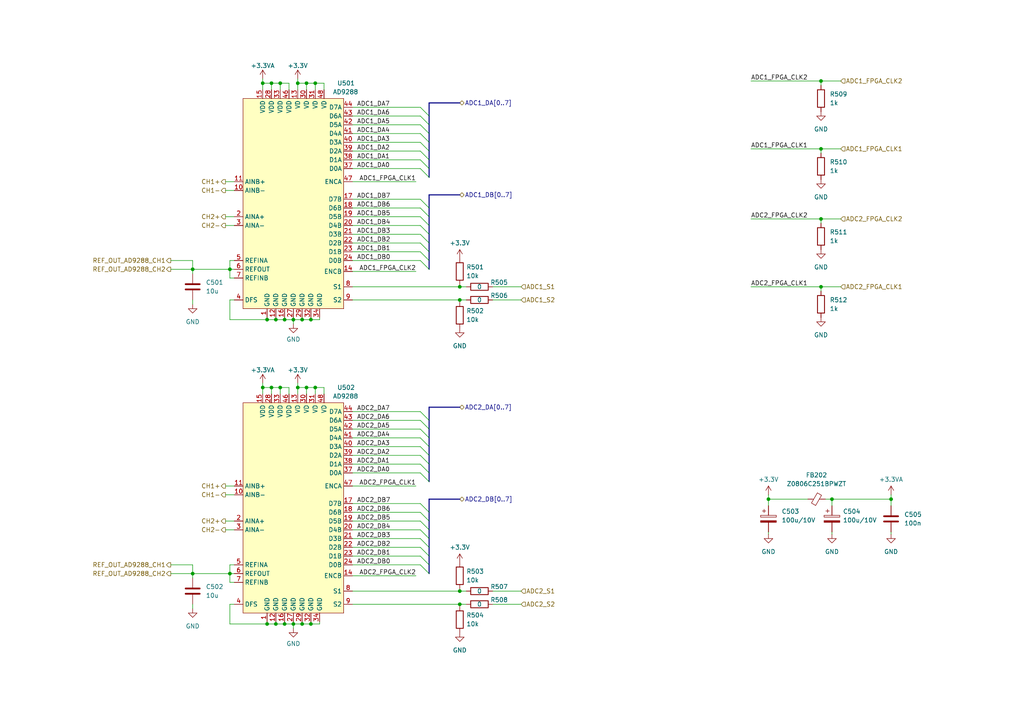
<source format=kicad_sch>
(kicad_sch (version 20230121) (generator eeschema)
  (paper "A4")
  (lib_symbols
    (symbol "Device:C" (pin_numbers hide) (pin_names (offset 0.254))
      (property "Reference" "C" (at 0.635 2.54 0))
      (property "Value" "C" (at 0.635 -2.54 0))
      (symbol "C_0_1"
        (polyline (pts (xy -2.032 -0.762) (xy 2.032 -0.762)) (stroke (width 0.508)))
        (polyline (pts (xy -2.032 0.762) (xy 2.032 0.762)) (stroke (width 0.508)))
      )
      (symbol "C_1_1"
        (pin passive line (at 0 3.81 270) (length 2.794) (name "~") (number "1"))
        (pin passive line (at 0 -3.81 90) (length 2.794) (name "~") (number "2"))
      )
    )
    (symbol "Device:C_Polarized" (pin_numbers hide) (pin_names (offset 0.254))
      (property "Reference" "C" (at 0.635 2.54 0))
      (property "Value" "C_Polarized" (at 0.635 -2.54 0))
      (symbol "C_Polarized_0_1"
        (rectangle (start -2.286 0.508) (end 2.286 1.016))
        (polyline (pts (xy -1.778 2.286) (xy -0.762 2.286)))
        (polyline (pts (xy -1.27 2.794) (xy -1.27 1.778)))
        (rectangle (start 2.286 -0.508) (end -2.286 -1.016) (fill (type outline)))
      )
      (symbol "C_Polarized_1_1"
        (pin passive line (at 0 3.81 270) (length 2.794) (name "~") (number "1"))
        (pin passive line (at 0 -3.81 90) (length 2.794) (name "~") (number "2"))
      )
    )
    (symbol "Device:FerriteBead_Small" (pin_numbers hide) (pin_names (offset 0))
      (property "Reference" "FB" (at 1.905 1.27 0))
      (property "Value" "FerriteBead_Small" (at 1.905 -1.27 0))
      (symbol "FerriteBead_Small_0_1"
        (polyline (pts (xy 0 -1.27) (xy 0 -0.7874)))
        (polyline (pts (xy 0 0.889) (xy 0 1.2954)))
        (polyline (pts (xy -1.8288 0.2794) (xy -1.1176 1.4986) (xy 1.8288 -0.2032) (xy 1.1176 -1.4224) (xy -1.8288 0.2794)))
      )
      (symbol "FerriteBead_Small_1_1"
        (pin passive line (at 0 2.54 270) (length 1.27) (name "~") (number "1"))
        (pin passive line (at 0 -2.54 90) (length 1.27) (name "~") (number "2"))
      )
    )
    (symbol "Device:R" (pin_numbers hide) (pin_names (offset 0))
      (property "Reference" "R" (at 2.032 0 90))
      (property "Value" "R" (at 0 0 90))
      (symbol "R_0_1"
        (rectangle (start -1.016 -2.54) (end 1.016 2.54) (stroke (width 0.254)))
      )
      (symbol "R_1_1"
        (pin passive line (at 0 3.81 270) (length 1.27) (name "~") (number "1"))
        (pin passive line (at 0 -3.81 90) (length 1.27) (name "~") (number "2"))
      )
    )
    (symbol "ETH2CDSO1B:AD9288"
      (property "Reference" "U" (at 14.605 34.29 0))
      (property "Value" "AD9288" (at 14.605 31.75 0))
      (symbol "AD9288_0_0"
        (pin passive line (at -7.62 -33.02 90) (length 2.54) (name "GND") (number "1"))
        (pin input line (at -17.145 3.81 0) (length 2.54) (name "AINB-") (number "10"))
        (pin input line (at -17.145 6.35 0) (length 2.54) (name "AINB+") (number "11"))
        (pin passive line (at -5.08 -33.02 90) (length 2.54) (name "GND") (number "12"))
        (pin power_in line (at 1.27 33.02 270) (length 2.54) (name "VD") (number "13"))
        (pin input line (at 17.145 -19.685 180) (length 2.54) (name "ENCB") (number "14"))
        (pin passive line (at -2.54 -33.02 90) (length 2.54) (name "GND") (number "16"))
        (pin output line (at 17.145 1.27 180) (length 2.54) (name "D7B") (number "17"))
        (pin output line (at 17.145 -1.27 180) (length 2.54) (name "D6B") (number "18"))
        (pin output line (at 17.145 -3.81 180) (length 2.54) (name "D5B") (number "19"))
        (pin input line (at -17.145 -3.81 0) (length 2.54) (name "AINA+") (number "2"))
        (pin output line (at 17.145 -6.35 180) (length 2.54) (name "D4B") (number "20"))
        (pin output line (at 17.145 -8.89 180) (length 2.54) (name "D3B") (number "21"))
        (pin output line (at 17.145 -11.43 180) (length 2.54) (name "D2B") (number "22"))
        (pin output line (at 17.145 -13.97 180) (length 2.54) (name "D1B") (number "23"))
        (pin output line (at 17.145 -16.51 180) (length 2.54) (name "D0B") (number "24"))
        (pin passive line (at 0 -33.02 90) (length 2.54) (name "GND") (number "27"))
        (pin power_in line (at -6.35 33.02 270) (length 2.54) (name "VDD") (number "28"))
        (pin passive line (at 2.54 -33.02 90) (length 2.54) (name "GND") (number "29"))
        (pin input line (at -17.145 -6.35 0) (length 2.54) (name "AINA-") (number "3"))
        (pin power_in line (at 3.81 33.02 270) (length 2.54) (name "VD") (number "30"))
        (pin power_in line (at 6.35 33.02 270) (length 2.54) (name "VD") (number "31"))
        (pin passive line (at 5.08 -33.02 90) (length 2.54) (name "GND") (number "32"))
        (pin power_in line (at -3.81 33.02 270) (length 2.54) (name "VDD") (number "33"))
        (pin passive line (at 7.62 -33.02 90) (length 2.54) (name "GND") (number "34"))
        (pin output line (at 17.145 10.16 180) (length 2.54) (name "D0A") (number "37"))
        (pin output line (at 17.145 12.7 180) (length 2.54) (name "D1A") (number "38"))
        (pin output line (at 17.145 15.24 180) (length 2.54) (name "D2A") (number "39"))
        (pin input line (at -17.145 -27.94 0) (length 2.54) (name "DFS") (number "4"))
        (pin output line (at 17.145 17.78 180) (length 2.54) (name "D3A") (number "40"))
        (pin output line (at 17.145 20.32 180) (length 2.54) (name "D4A") (number "41"))
        (pin output line (at 17.145 22.86 180) (length 2.54) (name "D5A") (number "42"))
        (pin output line (at 17.145 25.4 180) (length 2.54) (name "D6A") (number "43"))
        (pin output line (at 17.145 27.94 180) (length 2.54) (name "D7A") (number "44"))
        (pin power_in line (at -1.27 33.02 270) (length 2.54) (name "VDD") (number "46"))
        (pin input line (at 17.145 6.35 180) (length 2.54) (name "ENCA") (number "47"))
        (pin power_in line (at 8.89 33.02 270) (length 2.54) (name "VD") (number "48"))
        (pin passive line (at -17.145 -16.51 0) (length 2.54) (name "REFINA") (number "5"))
        (pin output line (at -17.145 -19.05 0) (length 2.54) (name "REFOUT") (number "6"))
        (pin passive line (at -17.145 -21.59 0) (length 2.54) (name "REFINB") (number "7"))
        (pin bidirectional line (at 17.145 -24.13 180) (length 2.54) (name "S1") (number "8"))
        (pin bidirectional line (at 17.145 -27.94 180) (length 2.54) (name "S2") (number "9"))
      )
      (symbol "AD9288_1_0"
        (pin power_in line (at -8.89 33.02 270) (length 2.54) (name "VDD") (number "15"))
        (pin no_connect line (at -14.605 24.13 0) (length 2.54) hide (name "NC") (number "25"))
        (pin no_connect line (at -14.605 21.59 0) (length 2.54) hide (name "NC") (number "26"))
        (pin no_connect line (at -14.605 19.05 0) (length 2.54) hide (name "NC") (number "35"))
        (pin no_connect line (at -14.605 16.51 0) (length 2.54) hide (name "NC") (number "36"))
      )
      (symbol "AD9288_1_1"
        (rectangle (start -14.605 30.48) (end 14.605 -30.48) (fill (type background)))
      )
    )
    (symbol "power:+3.3V" (power) (pin_names (offset 0))
      (property "Value" "+3.3V" (at 0 3.556 0))
      (symbol "+3.3V_0_1"
        (polyline (pts (xy -0.762 1.27) (xy 0 2.54)))
        (polyline (pts (xy 0 0) (xy 0 2.54)))
        (polyline (pts (xy 0 2.54) (xy 0.762 1.27)))
      )
      (symbol "+3.3V_1_1"
        (pin power_in line (at 0 0 90) (length 0) hide (name "+3.3V") (number "1"))
      )
    )
    (symbol "power:+3.3VA" (power) (pin_names (offset 0))
      (property "Value" "+3.3VA" (at 0 3.556 0))
      (symbol "+3.3VA_0_1"
        (polyline (pts (xy -0.762 1.27) (xy 0 2.54)))
        (polyline (pts (xy 0 0) (xy 0 2.54)))
        (polyline (pts (xy 0 2.54) (xy 0.762 1.27)))
      )
      (symbol "+3.3VA_1_1"
        (pin power_in line (at 0 0 90) (length 0) hide (name "+3.3VA") (number "1"))
      )
    )
    (symbol "power:GND" (power) (pin_names (offset 0))
      (property "Value" "GND" (at 0 -3.81 0))
      (symbol "GND_0_1"
        (polyline (pts (xy 0 0) (xy 0 -1.27) (xy 1.27 -1.27) (xy 0 -2.54) (xy -1.27 -1.27) (xy 0 -1.27)))
      )
      (symbol "GND_1_1"
        (pin power_in line (at 0 0 270) (length 0) hide (name "GND") (number "1"))
      )
    )
  )
  (junction (at 91.44 112.395))
  (junction (at 80.01 180.975))
  (junction (at 81.28 24.13))
  (junction (at 77.47 92.71))
  (junction (at 86.36 24.13))
  (junction (at 76.2 24.13))
  (junction (at 133.35 175.26))
  (junction (at 55.88 78.105))
  (junction (at 77.47 180.975))
  (junction (at 87.63 180.975))
  (junction (at 86.36 112.395))
  (junction (at 238.125 23.495))
  (junction (at 241.3 144.78))
  (junction (at 238.125 63.5))
  (junction (at 222.885 144.78))
  (junction (at 258.445 144.78))
  (junction (at 55.88 166.37))
  (junction (at 81.28 112.395))
  (junction (at 88.9 24.13))
  (junction (at 82.55 180.975))
  (junction (at 66.675 166.37))
  (junction (at 85.09 92.71))
  (junction (at 88.9 112.395))
  (junction (at 133.35 171.45))
  (junction (at 76.2 112.395))
  (junction (at 238.125 43.18))
  (junction (at 78.74 112.395))
  (junction (at 238.125 83.185))
  (junction (at 90.17 92.71))
  (junction (at 91.44 24.13))
  (junction (at 90.17 180.975))
  (junction (at 87.63 92.71))
  (junction (at 78.74 24.13))
  (junction (at 66.675 78.105))
  (junction (at 133.35 83.185))
  (junction (at 133.35 86.995))
  (junction (at 82.55 92.71))
  (junction (at 80.01 92.71))
  (junction (at 85.09 180.975))
  (bus_entry (at 121.92 65.405) (size 2.54 2.54))
  (bus_entry (at 121.92 119.38) (size 2.54 2.54))
  (bus_entry (at 121.92 38.735) (size 2.54 2.54))
  (bus_entry (at 121.92 158.75) (size 2.54 2.54))
  (bus_entry (at 121.92 33.655) (size 2.54 2.54))
  (bus_entry (at 121.92 62.865) (size 2.54 2.54))
  (bus_entry (at 121.92 48.895) (size 2.54 2.54))
  (bus_entry (at 121.92 151.13) (size 2.54 2.54))
  (bus_entry (at 121.92 146.05) (size 2.54 2.54))
  (bus_entry (at 121.92 137.16) (size 2.54 2.54))
  (bus_entry (at 121.92 161.29) (size 2.54 2.54))
  (bus_entry (at 121.92 43.815) (size 2.54 2.54))
  (bus_entry (at 121.92 153.67) (size 2.54 2.54))
  (bus_entry (at 121.92 73.025) (size 2.54 2.54))
  (bus_entry (at 121.92 156.21) (size 2.54 2.54))
  (bus_entry (at 121.92 127) (size 2.54 2.54))
  (bus_entry (at 121.92 148.59) (size 2.54 2.54))
  (bus_entry (at 121.92 132.08) (size 2.54 2.54))
  (bus_entry (at 121.92 31.115) (size 2.54 2.54))
  (bus_entry (at 121.92 67.945) (size 2.54 2.54))
  (bus_entry (at 121.92 163.83) (size 2.54 2.54))
  (bus_entry (at 121.92 41.275) (size 2.54 2.54))
  (bus_entry (at 121.92 134.62) (size 2.54 2.54))
  (bus_entry (at 121.92 129.54) (size 2.54 2.54))
  (bus_entry (at 121.92 121.92) (size 2.54 2.54))
  (bus_entry (at 121.92 36.195) (size 2.54 2.54))
  (bus_entry (at 121.92 124.46) (size 2.54 2.54))
  (bus_entry (at 121.92 57.785) (size 2.54 2.54))
  (bus_entry (at 121.92 60.325) (size 2.54 2.54))
  (bus_entry (at 121.92 75.565) (size 2.54 2.54))
  (bus_entry (at 121.92 70.485) (size 2.54 2.54))
  (bus_entry (at 121.92 46.355) (size 2.54 2.54))
  (wire (pts (xy 66.675 80.645) (xy 66.675 78.105)))
  (wire (pts (xy 86.36 111.125) (xy 86.36 112.395)))
  (bus (pts (xy 124.46 124.46) (xy 124.46 121.92)))
  (bus (pts (xy 124.46 62.865) (xy 124.46 60.325)))
  (bus (pts (xy 124.46 36.195) (xy 124.46 33.655)))
  (wire (pts (xy 133.35 83.185) (xy 135.255 83.185)))
  (bus (pts (xy 124.46 56.515) (xy 133.35 56.515)))
  (wire (pts (xy 85.09 92.71) (xy 85.09 93.98)))
  (wire (pts (xy 86.36 112.395) (xy 86.36 114.3)))
  (wire (pts (xy 85.09 180.34) (xy 85.09 180.975)))
  (wire (pts (xy 241.3 144.78) (xy 239.395 144.78)))
  (wire (pts (xy 133.35 170.815) (xy 133.35 171.45)))
  (wire (pts (xy 258.445 154.305) (xy 258.445 154.94)))
  (wire (pts (xy 102.235 132.08) (xy 121.92 132.08)))
  (wire (pts (xy 102.235 36.195) (xy 121.92 36.195)))
  (wire (pts (xy 83.82 112.395) (xy 83.82 114.3)))
  (wire (pts (xy 102.235 121.92) (xy 121.92 121.92)))
  (wire (pts (xy 142.875 83.185) (xy 151.13 83.185)))
  (wire (pts (xy 102.235 171.45) (xy 133.35 171.45)))
  (bus (pts (xy 124.46 144.78) (xy 133.35 144.78)))
  (wire (pts (xy 222.885 144.78) (xy 234.315 144.78)))
  (bus (pts (xy 124.46 38.735) (xy 124.46 36.195)))
  (wire (pts (xy 93.98 112.395) (xy 93.98 114.3)))
  (wire (pts (xy 102.235 158.75) (xy 121.92 158.75)))
  (wire (pts (xy 102.235 119.38) (xy 121.92 119.38)))
  (wire (pts (xy 90.17 180.34) (xy 90.17 180.975)))
  (wire (pts (xy 49.53 166.37) (xy 55.88 166.37)))
  (wire (pts (xy 90.17 92.075) (xy 90.17 92.71)))
  (wire (pts (xy 90.17 180.975) (xy 92.71 180.975)))
  (wire (pts (xy 102.235 43.815) (xy 121.92 43.815)))
  (wire (pts (xy 76.2 24.13) (xy 76.2 26.035)))
  (wire (pts (xy 49.53 78.105) (xy 55.88 78.105)))
  (wire (pts (xy 102.235 67.945) (xy 121.92 67.945)))
  (wire (pts (xy 55.88 167.64) (xy 55.88 166.37)))
  (bus (pts (xy 124.46 78.105) (xy 124.46 75.565)))
  (wire (pts (xy 65.405 52.705) (xy 67.945 52.705)))
  (wire (pts (xy 88.9 24.13) (xy 88.9 26.035)))
  (wire (pts (xy 102.235 31.115) (xy 121.92 31.115)))
  (wire (pts (xy 65.405 62.865) (xy 67.945 62.865)))
  (bus (pts (xy 124.46 166.37) (xy 124.46 163.83)))
  (wire (pts (xy 87.63 92.71) (xy 90.17 92.71)))
  (wire (pts (xy 77.47 92.71) (xy 66.675 92.71)))
  (wire (pts (xy 65.405 65.405) (xy 67.945 65.405)))
  (wire (pts (xy 238.125 23.495) (xy 243.84 23.495)))
  (wire (pts (xy 258.445 144.78) (xy 241.3 144.78)))
  (wire (pts (xy 78.74 24.13) (xy 78.74 26.035)))
  (wire (pts (xy 238.125 63.5) (xy 217.805 63.5)))
  (wire (pts (xy 65.405 151.13) (xy 67.945 151.13)))
  (wire (pts (xy 90.17 92.71) (xy 92.71 92.71)))
  (wire (pts (xy 142.875 175.26) (xy 151.13 175.26)))
  (wire (pts (xy 88.9 112.395) (xy 88.9 114.3)))
  (bus (pts (xy 124.46 163.83) (xy 124.46 161.29)))
  (wire (pts (xy 80.01 180.34) (xy 80.01 180.975)))
  (wire (pts (xy 133.35 86.995) (xy 135.255 86.995)))
  (bus (pts (xy 124.46 60.325) (xy 124.46 56.515)))
  (wire (pts (xy 133.35 175.26) (xy 102.235 175.26)))
  (wire (pts (xy 238.125 43.18) (xy 217.805 43.18)))
  (wire (pts (xy 82.55 92.075) (xy 82.55 92.71)))
  (wire (pts (xy 133.35 86.995) (xy 102.235 86.995)))
  (bus (pts (xy 124.46 51.435) (xy 124.46 48.895)))
  (wire (pts (xy 81.28 112.395) (xy 81.28 114.3)))
  (bus (pts (xy 124.46 118.11) (xy 133.35 118.11)))
  (bus (pts (xy 124.46 75.565) (xy 124.46 73.025)))
  (wire (pts (xy 258.445 144.78) (xy 258.445 146.685)))
  (wire (pts (xy 91.44 112.395) (xy 93.98 112.395)))
  (wire (pts (xy 55.88 166.37) (xy 66.675 166.37)))
  (wire (pts (xy 142.875 86.995) (xy 151.13 86.995)))
  (bus (pts (xy 124.46 156.21) (xy 124.46 153.67)))
  (wire (pts (xy 92.71 92.71) (xy 92.71 92.075)))
  (wire (pts (xy 80.01 92.71) (xy 82.55 92.71)))
  (bus (pts (xy 124.46 29.845) (xy 133.35 29.845)))
  (wire (pts (xy 65.405 153.67) (xy 67.945 153.67)))
  (wire (pts (xy 102.235 75.565) (xy 121.92 75.565)))
  (wire (pts (xy 82.55 180.975) (xy 85.09 180.975)))
  (bus (pts (xy 124.46 67.945) (xy 124.46 65.405)))
  (wire (pts (xy 102.235 148.59) (xy 121.92 148.59)))
  (bus (pts (xy 124.46 153.67) (xy 124.46 151.13)))
  (wire (pts (xy 238.125 23.495) (xy 238.125 24.765)))
  (wire (pts (xy 66.675 75.565) (xy 67.945 75.565)))
  (wire (pts (xy 238.125 23.495) (xy 217.805 23.495)))
  (wire (pts (xy 222.885 154.305) (xy 222.885 154.94)))
  (wire (pts (xy 49.53 75.565) (xy 55.88 75.565)))
  (bus (pts (xy 124.46 48.895) (xy 124.46 46.355)))
  (wire (pts (xy 91.44 24.13) (xy 93.98 24.13)))
  (bus (pts (xy 124.46 151.13) (xy 124.46 148.59)))
  (wire (pts (xy 91.44 112.395) (xy 91.44 114.3)))
  (wire (pts (xy 222.885 143.51) (xy 222.885 144.78)))
  (wire (pts (xy 66.675 175.26) (xy 67.945 175.26)))
  (wire (pts (xy 133.35 171.45) (xy 135.255 171.45)))
  (wire (pts (xy 102.235 134.62) (xy 121.92 134.62)))
  (wire (pts (xy 66.675 168.91) (xy 66.675 166.37)))
  (wire (pts (xy 238.125 63.5) (xy 238.125 64.77)))
  (wire (pts (xy 77.47 180.975) (xy 66.675 180.975)))
  (wire (pts (xy 81.28 112.395) (xy 83.82 112.395)))
  (wire (pts (xy 85.09 180.975) (xy 87.63 180.975)))
  (wire (pts (xy 102.235 127) (xy 121.92 127)))
  (bus (pts (xy 124.46 70.485) (xy 124.46 67.945)))
  (wire (pts (xy 55.88 176.53) (xy 55.88 175.26)))
  (wire (pts (xy 102.235 146.05) (xy 121.92 146.05)))
  (wire (pts (xy 88.9 112.395) (xy 91.44 112.395)))
  (bus (pts (xy 124.46 33.655) (xy 124.46 29.845)))
  (wire (pts (xy 78.74 112.395) (xy 81.28 112.395)))
  (wire (pts (xy 85.09 92.71) (xy 87.63 92.71)))
  (bus (pts (xy 124.46 129.54) (xy 124.46 127)))
  (wire (pts (xy 67.945 168.91) (xy 66.675 168.91)))
  (wire (pts (xy 238.125 83.185) (xy 238.125 84.455)))
  (wire (pts (xy 76.2 112.395) (xy 76.2 114.3)))
  (wire (pts (xy 102.235 83.185) (xy 133.35 83.185)))
  (wire (pts (xy 66.675 86.995) (xy 67.945 86.995)))
  (wire (pts (xy 238.125 83.185) (xy 217.805 83.185)))
  (wire (pts (xy 81.28 24.13) (xy 83.82 24.13)))
  (wire (pts (xy 87.63 92.075) (xy 87.63 92.71)))
  (wire (pts (xy 55.88 75.565) (xy 55.88 78.105)))
  (wire (pts (xy 65.405 140.97) (xy 67.945 140.97)))
  (wire (pts (xy 142.875 171.45) (xy 151.13 171.45)))
  (wire (pts (xy 66.675 163.83) (xy 67.945 163.83)))
  (wire (pts (xy 76.2 24.13) (xy 78.74 24.13)))
  (wire (pts (xy 238.125 63.5) (xy 243.84 63.5)))
  (wire (pts (xy 82.55 92.71) (xy 85.09 92.71)))
  (wire (pts (xy 78.74 112.395) (xy 78.74 114.3)))
  (wire (pts (xy 86.36 22.86) (xy 86.36 24.13)))
  (wire (pts (xy 91.44 24.13) (xy 91.44 26.035)))
  (wire (pts (xy 86.36 112.395) (xy 88.9 112.395)))
  (wire (pts (xy 238.125 43.18) (xy 243.84 43.18)))
  (wire (pts (xy 102.235 124.46) (xy 121.92 124.46)))
  (wire (pts (xy 82.55 180.34) (xy 82.55 180.975)))
  (wire (pts (xy 102.235 153.67) (xy 121.92 153.67)))
  (wire (pts (xy 133.35 175.895) (xy 133.35 175.26)))
  (wire (pts (xy 238.125 43.18) (xy 238.125 44.45)))
  (wire (pts (xy 241.3 144.78) (xy 241.3 146.685)))
  (wire (pts (xy 65.405 55.245) (xy 67.945 55.245)))
  (wire (pts (xy 76.2 112.395) (xy 78.74 112.395)))
  (wire (pts (xy 102.235 38.735) (xy 121.92 38.735)))
  (wire (pts (xy 66.675 180.975) (xy 66.675 175.26)))
  (bus (pts (xy 124.46 132.08) (xy 124.46 129.54)))
  (wire (pts (xy 85.09 92.075) (xy 85.09 92.71)))
  (wire (pts (xy 87.63 180.34) (xy 87.63 180.975)))
  (wire (pts (xy 133.35 175.26) (xy 135.255 175.26)))
  (wire (pts (xy 102.235 62.865) (xy 121.92 62.865)))
  (wire (pts (xy 76.2 22.86) (xy 76.2 24.13)))
  (wire (pts (xy 241.3 154.305) (xy 241.3 154.94)))
  (bus (pts (xy 124.46 148.59) (xy 124.46 144.78)))
  (wire (pts (xy 55.88 88.265) (xy 55.88 86.995)))
  (wire (pts (xy 102.235 151.13) (xy 121.92 151.13)))
  (wire (pts (xy 65.405 143.51) (xy 67.945 143.51)))
  (wire (pts (xy 81.28 24.13) (xy 81.28 26.035)))
  (bus (pts (xy 124.46 73.025) (xy 124.46 70.485)))
  (wire (pts (xy 77.47 180.975) (xy 80.01 180.975)))
  (wire (pts (xy 102.235 57.785) (xy 121.92 57.785)))
  (wire (pts (xy 49.53 163.83) (xy 55.88 163.83)))
  (wire (pts (xy 102.235 70.485) (xy 121.92 70.485)))
  (wire (pts (xy 83.82 24.13) (xy 83.82 26.035)))
  (wire (pts (xy 238.125 83.185) (xy 243.84 83.185)))
  (bus (pts (xy 124.46 139.7) (xy 124.46 137.16)))
  (wire (pts (xy 55.88 79.375) (xy 55.88 78.105)))
  (wire (pts (xy 102.235 46.355) (xy 121.92 46.355)))
  (wire (pts (xy 102.235 167.005) (xy 120.65 167.005)))
  (wire (pts (xy 86.36 24.13) (xy 88.9 24.13)))
  (bus (pts (xy 124.46 127) (xy 124.46 124.46)))
  (wire (pts (xy 102.235 73.025) (xy 121.92 73.025)))
  (wire (pts (xy 102.235 65.405) (xy 121.92 65.405)))
  (wire (pts (xy 133.35 82.55) (xy 133.35 83.185)))
  (wire (pts (xy 76.2 111.125) (xy 76.2 112.395)))
  (wire (pts (xy 102.235 52.705) (xy 120.65 52.705)))
  (wire (pts (xy 80.01 180.975) (xy 82.55 180.975)))
  (wire (pts (xy 102.235 78.74) (xy 120.65 78.74)))
  (bus (pts (xy 124.46 43.815) (xy 124.46 41.275)))
  (wire (pts (xy 87.63 180.975) (xy 90.17 180.975)))
  (wire (pts (xy 77.47 92.075) (xy 77.47 92.71)))
  (bus (pts (xy 124.46 134.62) (xy 124.46 132.08)))
  (wire (pts (xy 102.235 137.16) (xy 121.92 137.16)))
  (wire (pts (xy 55.88 78.105) (xy 66.675 78.105)))
  (wire (pts (xy 86.36 24.13) (xy 86.36 26.035)))
  (wire (pts (xy 88.9 24.13) (xy 91.44 24.13)))
  (wire (pts (xy 222.885 144.78) (xy 222.885 146.685)))
  (bus (pts (xy 124.46 158.75) (xy 124.46 156.21)))
  (bus (pts (xy 124.46 46.355) (xy 124.46 43.815)))
  (wire (pts (xy 133.35 87.63) (xy 133.35 86.995)))
  (wire (pts (xy 102.235 156.21) (xy 121.92 156.21)))
  (wire (pts (xy 102.235 161.29) (xy 121.92 161.29)))
  (wire (pts (xy 102.235 140.97) (xy 120.65 140.97)))
  (wire (pts (xy 66.675 92.71) (xy 66.675 86.995)))
  (wire (pts (xy 102.235 60.325) (xy 121.92 60.325)))
  (bus (pts (xy 124.46 41.275) (xy 124.46 38.735)))
  (wire (pts (xy 67.945 80.645) (xy 66.675 80.645)))
  (wire (pts (xy 80.01 92.075) (xy 80.01 92.71)))
  (wire (pts (xy 78.74 24.13) (xy 81.28 24.13)))
  (wire (pts (xy 102.235 41.275) (xy 121.92 41.275)))
  (wire (pts (xy 66.675 166.37) (xy 67.945 166.37)))
  (wire (pts (xy 55.88 163.83) (xy 55.88 166.37)))
  (wire (pts (xy 66.675 78.105) (xy 66.675 75.565)))
  (wire (pts (xy 258.445 143.51) (xy 258.445 144.78)))
  (wire (pts (xy 77.47 92.71) (xy 80.01 92.71)))
  (bus (pts (xy 124.46 137.16) (xy 124.46 134.62)))
  (bus (pts (xy 124.46 121.92) (xy 124.46 118.11)))
  (wire (pts (xy 102.235 129.54) (xy 121.92 129.54)))
  (wire (pts (xy 92.71 180.975) (xy 92.71 180.34)))
  (wire (pts (xy 77.47 180.34) (xy 77.47 180.975)))
  (wire (pts (xy 102.235 48.895) (xy 121.92 48.895)))
  (wire (pts (xy 102.235 33.655) (xy 121.92 33.655)))
  (wire (pts (xy 66.675 166.37) (xy 66.675 163.83)))
  (bus (pts (xy 124.46 161.29) (xy 124.46 158.75)))
  (bus (pts (xy 124.46 65.405) (xy 124.46 62.865)))
  (wire (pts (xy 93.98 24.13) (xy 93.98 26.035)))
  (wire (pts (xy 85.09 180.975) (xy 85.09 182.245)))
  (wire (pts (xy 66.675 78.105) (xy 67.945 78.105)))
  (wire (pts (xy 102.235 163.83) (xy 121.92 163.83)))
  (label "ADC1_DB3" (at 103.505 67.945 0))
  (label "ADC2_DB5" (at 103.505 151.13 0))
  (label "ADC1_FPGA_CLK1" (at 217.805 43.18 0))
  (label "ADC2_FPGA_CLK2" (at 217.805 63.5 0))
  (label "ADC1_DA7" (at 103.505 31.115 0))
  (label "ADC1_DB2" (at 103.505 70.485 0))
  (label "ADC1_DB5" (at 103.505 62.865 0))
  (label "ADC2_DB1" (at 103.505 161.29 0))
  (label "ADC1_FPGA_CLK1" (at 120.65 52.705 180))
  (label "ADC2_DA5" (at 103.505 124.46 0))
  (label "ADC1_DB0" (at 103.505 75.565 0))
  (label "ADC2_DB7" (at 103.505 146.05 0))
  (label "ADC1_DA0" (at 103.505 48.895 0))
  (label "ADC2_DA7" (at 103.505 119.38 0))
  (label "ADC1_DA5" (at 103.505 36.195 0))
  (label "ADC1_DB4" (at 103.505 65.405 0))
  (label "ADC2_DA2" (at 103.505 132.08 0))
  (label "ADC2_DA6" (at 103.505 121.92 0))
  (label "ADC2_DA4" (at 103.505 127 0))
  (label "ADC2_DB2" (at 103.505 158.75 0))
  (label "ADC1_DB1" (at 103.505 73.025 0))
  (label "ADC1_DA4" (at 103.505 38.735 0))
  (label "ADC2_DB0" (at 103.505 163.83 0))
  (label "ADC2_FPGA_CLK2" (at 120.65 167.005 180))
  (label "ADC1_DA3" (at 103.505 41.275 0))
  (label "ADC2_FPGA_CLK1" (at 120.65 140.97 180))
  (label "ADC1_DA2" (at 103.505 43.815 0))
  (label "ADC1_DA1" (at 103.505 46.355 0))
  (label "ADC1_DB7" (at 103.505 57.785 0))
  (label "ADC2_DA3" (at 103.505 129.54 0))
  (label "ADC1_FPGA_CLK2" (at 120.65 78.74 180))
  (label "ADC2_DB3" (at 103.505 156.21 0))
  (label "ADC2_DB4" (at 103.505 153.67 0))
  (label "ADC2_FPGA_CLK1" (at 217.805 83.185 0))
  (label "ADC2_DA0" (at 103.505 137.16 0))
  (label "ADC1_DB6" (at 103.505 60.325 0))
  (label "ADC1_DA6" (at 103.505 33.655 0))
  (label "ADC1_FPGA_CLK2" (at 217.805 23.495 0))
  (label "ADC2_DA1" (at 103.505 134.62 0))
  (label "ADC2_DB6" (at 103.505 148.59 0))
  (hierarchical_label "ADC2_DB[0..7]" (shape bidirectional) (at 133.35 144.78 0))
  (hierarchical_label "ADC2_FPGA_CLK2" (shape input) (at 243.84 63.5 0))
  (hierarchical_label "CH2-" (shape output) (at 65.405 153.67 180))
  (hierarchical_label "ADC1_DA[0..7]" (shape bidirectional) (at 133.35 29.845 0))
  (hierarchical_label "ADC1_S1" (shape input) (at 151.13 83.185 0))
  (hierarchical_label "ADC1_FPGA_CLK1" (shape input) (at 243.84 43.18 0))
  (hierarchical_label "REF_OUT_AD9288_CH1" (shape output) (at 49.53 163.83 180))
  (hierarchical_label "ADC2_S1" (shape input) (at 151.13 171.45 0))
  (hierarchical_label "CH2-" (shape output) (at 65.405 65.405 180))
  (hierarchical_label "REF_OUT_AD9288_CH2" (shape output) (at 49.53 166.37 180))
  (hierarchical_label "CH1+" (shape output) (at 65.405 140.97 180))
  (hierarchical_label "ADC2_DA[0..7]" (shape bidirectional) (at 133.35 118.11 0))
  (hierarchical_label "CH1-" (shape output) (at 65.405 143.51 180))
  (hierarchical_label "ADC2_FPGA_CLK1" (shape input) (at 243.84 83.185 0))
  (hierarchical_label "ADC2_S2" (shape input) (at 151.13 175.26 0))
  (hierarchical_label "REF_OUT_AD9288_CH1" (shape output) (at 49.53 75.565 180))
  (hierarchical_label "CH2+" (shape output) (at 65.405 151.13 180))
  (hierarchical_label "CH2+" (shape output) (at 65.405 62.865 180))
  (hierarchical_label "CH1+" (shape output) (at 65.405 52.705 180))
  (hierarchical_label "ADC1_S2" (shape input) (at 151.13 86.995 0))
  (hierarchical_label "ADC1_FPGA_CLK2" (shape input) (at 243.84 23.495 0))
  (hierarchical_label "CH1-" (shape output) (at 65.405 55.245 180))
  (hierarchical_label "REF_OUT_AD9288_CH2" (shape output) (at 49.53 78.105 180))
  (hierarchical_label "ADC1_DB[0..7]" (shape bidirectional) (at 133.35 56.515 0))
  (symbol (lib_id "power:GND") (at 55.88 176.53 0) (unit 1)
    (property "Reference" "#PWR0502" (effects hide))
    (property "Value" "GND" (at 55.88 181.61 0))
  )
  (symbol (lib_id "Device:R") (at 139.065 171.45 90) (unit 1)
    (property "Reference" "R507" (at 144.78 170.18 90))
    (property "Value" "0" (at 139.065 171.45 90))
  )
  (symbol (lib_id "Device:R") (at 133.35 167.005 0) (unit 1)
    (property "Reference" "R503" (at 135.255 165.735 0) (effects (justify left)))
    (property "Value" "10k" (at 135.255 168.275 0) (effects (justify left)))
  )
  (symbol (lib_id "power:+3.3V") (at 133.35 163.195 0) (unit 1)
    (property "Reference" "#PWR0511" (effects hide))
    (property "Value" "+3.3V" (at 133.35 158.75 0))
  )
  (symbol (lib_id "Device:R") (at 139.065 86.995 90) (unit 1)
    (property "Reference" "R506" (at 144.78 85.725 90))
    (property "Value" "0" (at 139.065 86.995 90))
  )
  (symbol (lib_id "power:+3.3V") (at 86.36 111.125 0) (unit 1)
    (property "Reference" "#PWR0508" (effects hide))
    (property "Value" "+3.3V" (at 86.36 107.315 0))
  )
  (symbol (lib_id "Device:C_Polarized") (at 241.3 150.495 0) (unit 1)
    (property "Reference" "C504" (at 244.475 148.336 0) (effects (justify left)))
    (property "Value" "100u/10V" (at 244.475 150.876 0) (effects (justify left)))
  )
  (symbol (lib_id "Device:R") (at 238.125 28.575 0) (unit 1)
    (property "Reference" "R509" (at 240.665 27.305 0) (effects (justify left)))
    (property "Value" "1k" (at 240.665 29.845 0) (effects (justify left)))
  )
  (symbol (lib_id "power:GND") (at 238.125 72.39 0) (unit 1)
    (property "Reference" "#PWR0517" (effects hide))
    (property "Value" "GND" (at 238.125 77.47 0))
  )
  (symbol (lib_id "power:GND") (at 238.125 92.075 0) (unit 1)
    (property "Reference" "#PWR0518" (effects hide))
    (property "Value" "GND" (at 238.125 97.155 0))
  )
  (symbol (lib_id "Device:C") (at 55.88 171.45 0) (unit 1)
    (property "Reference" "C502" (at 59.69 170.18 0) (effects (justify left)))
    (property "Value" "10u" (at 59.69 172.72 0) (effects (justify left)))
  )
  (symbol (lib_id "power:+3.3VA") (at 76.2 111.125 0) (unit 1)
    (property "Reference" "#PWR0504" (effects hide))
    (property "Value" "+3.3VA" (at 76.2 107.315 0))
  )
  (symbol (lib_id "power:GND") (at 241.3 154.94 0) (unit 1)
    (property "Reference" "#PWR0210" (effects hide))
    (property "Value" "GND" (at 241.3 160.02 0))
    (instances (project "ETH2CDSO1B" (path "" (reference "#PWR0210") (unit 1)) (path "" (reference "#PWR0519") (unit 1))))
  )
  (symbol (lib_id "power:GND") (at 85.09 93.98 0) (unit 1)
    (property "Reference" "#PWR0505" (effects hide))
    (property "Value" "GND" (at 85.09 98.425 0))
  )
  (symbol (lib_id "Device:R") (at 139.065 83.185 90) (unit 1)
    (property "Reference" "R505" (at 144.78 81.915 90))
    (property "Value" "0" (at 139.065 83.185 90))
  )
  (symbol (lib_id "Device:R") (at 238.125 88.265 0) (unit 1)
    (property "Reference" "R512" (at 240.665 86.995 0) (effects (justify left)))
    (property "Value" "1k" (at 240.665 89.535 0) (effects (justify left)))
  )
  (symbol (lib_id "ETH2CDSO1B:AD9288") (at 85.09 147.32 0) (unit 1)
    (property "Reference" "U502" (at 97.79 112.395 0) (effects (justify left)))
    (property "Value" "AD9288" (at 96.52 114.935 0) (effects (justify left)))
    (property "Footprint" "Package_QFP:LQFP-48_7x7mm_P0.5mm" (effects hide))
    (property "Datasheet" "https://www.analog.com/media/en/technical-documentation/data-sheets/AD9288.pdf" (effects hide))
  )
  (symbol (lib_id "power:GND") (at 258.445 154.94 0) (unit 1)
    (property "Reference" "#PWR0207" (effects hide))
    (property "Value" "GND" (at 258.445 160.02 0))
    (instances (project "ETH2CDSO1B" (path "" (reference "#PWR0207") (unit 1)) (path "" (reference "#PWR0521") (unit 1))))
  )
  (symbol (lib_id "power:+3.3V") (at 222.885 143.51 0) (unit 1)
    (property "Reference" "#PWR0513" (effects hide))
    (property "Value" "+3.3V" (at 222.885 139.065 0))
  )
  (symbol (lib_id "ETH2CDSO1B:AD9288") (at 85.09 59.055 0) (unit 1)
    (property "Reference" "U501" (at 97.79 24.13 0) (effects (justify left)))
    (property "Value" "AD9288" (at 96.52 26.67 0) (effects (justify left)))
    (property "Footprint" "Package_QFP:LQFP-48_7x7mm_P0.5mm" (effects hide))
    (property "Datasheet" "https://www.analog.com/media/en/technical-documentation/data-sheets/AD9288.pdf" (effects hide))
  )
  (symbol (lib_id "Device:R") (at 238.125 68.58 0) (unit 1)
    (property "Reference" "R511" (at 240.665 67.31 0) (effects (justify left)))
    (property "Value" "1k" (at 240.665 69.85 0) (effects (justify left)))
  )
  (symbol (lib_id "power:GND") (at 55.88 88.265 0) (unit 1)
    (property "Reference" "#PWR0501" (effects hide))
    (property "Value" "GND" (at 55.88 93.345 0))
  )
  (symbol (lib_id "Device:R") (at 133.35 91.44 0) (unit 1)
    (property "Reference" "R502" (at 135.255 90.17 0) (effects (justify left)))
    (property "Value" "10k" (at 135.255 92.71 0) (effects (justify left)))
  )
  (symbol (lib_id "Device:C") (at 258.445 150.495 0) (unit 1)
    (property "Reference" "C505" (at 262.255 149.225 0) (effects (justify left)))
    (property "Value" "100n" (at 262.255 151.765 0) (effects (justify left)))
  )
  (symbol (lib_id "power:GND") (at 133.35 95.25 0) (unit 1)
    (property "Reference" "#PWR0510" (effects hide))
    (property "Value" "GND" (at 133.35 100.33 0))
  )
  (symbol (lib_id "power:GND") (at 133.35 183.515 0) (unit 1)
    (property "Reference" "#PWR0512" (effects hide))
    (property "Value" "GND" (at 133.35 188.595 0))
  )
  (symbol (lib_id "Device:FerriteBead_Small") (at 236.855 144.78 90) (unit 1)
    (property "Reference" "FB202" (at 236.8169 137.795 90))
    (property "Value" "Z0806C251BPWZT" (at 236.8169 140.335 90))
    (property "Footprint" "Inductor_SMD:L_0805_2012Metric_Pad1.15x1.40mm_HandSolder" (effects hide))
    (instances (project "ETH2CDSO1B" (path "" (reference "FB202") (unit 1)) (path "" (reference "FB501") (unit 1))))
  )
  (symbol (lib_id "Device:R") (at 133.35 78.74 0) (unit 1)
    (property "Reference" "R501" (at 135.255 77.47 0) (effects (justify left)))
    (property "Value" "10k" (at 135.255 80.01 0) (effects (justify left)))
  )
  (symbol (lib_id "power:+3.3VA") (at 258.445 143.51 0) (unit 1)
    (property "Reference" "#PWR0520" (effects hide))
    (property "Value" "+3.3VA" (at 258.445 139.065 0))
  )
  (symbol (lib_id "power:GND") (at 238.125 32.385 0) (unit 1)
    (property "Reference" "#PWR0515" (effects hide))
    (property "Value" "GND" (at 238.125 37.465 0))
  )
  (symbol (lib_id "power:GND") (at 85.09 182.245 0) (unit 1)
    (property "Reference" "#PWR0506" (effects hide))
    (property "Value" "GND" (at 85.09 186.69 0))
  )
  (symbol (lib_id "Device:R") (at 139.065 175.26 90) (unit 1)
    (property "Reference" "R508" (at 144.78 173.99 90))
    (property "Value" "0" (at 139.065 175.26 90))
  )
  (symbol (lib_id "power:GND") (at 238.125 52.07 0) (unit 1)
    (property "Reference" "#PWR0516" (effects hide))
    (property "Value" "GND" (at 238.125 57.15 0))
  )
  (symbol (lib_id "Device:C") (at 55.88 83.185 0) (unit 1)
    (property "Reference" "C501" (at 59.69 81.915 0) (effects (justify left)))
    (property "Value" "10u" (at 59.69 84.455 0) (effects (justify left)))
  )
  (symbol (lib_id "power:+3.3V") (at 133.35 74.93 0) (unit 1)
    (property "Reference" "#PWR0509" (effects hide))
    (property "Value" "+3.3V" (at 133.35 70.485 0))
  )
  (symbol (lib_id "power:+3.3VA") (at 76.2 22.86 0) (unit 1)
    (property "Reference" "#PWR0503" (effects hide))
    (property "Value" "+3.3VA" (at 76.2 19.05 0))
  )
  (symbol (lib_id "Device:C_Polarized") (at 222.885 150.495 0) (unit 1)
    (property "Reference" "C503" (at 226.695 148.336 0) (effects (justify left)))
    (property "Value" "100u/10V" (at 226.695 150.876 0) (effects (justify left)))
  )
  (symbol (lib_id "Device:R") (at 238.125 48.26 0) (unit 1)
    (property "Reference" "R510" (at 240.665 46.99 0) (effects (justify left)))
    (property "Value" "1k" (at 240.665 49.53 0) (effects (justify left)))
  )
  (symbol (lib_id "Device:R") (at 133.35 179.705 0) (unit 1)
    (property "Reference" "R504" (at 135.255 178.435 0) (effects (justify left)))
    (property "Value" "10k" (at 135.255 180.975 0) (effects (justify left)))
  )
  (symbol (lib_id "power:GND") (at 222.885 154.94 0) (unit 1)
    (property "Reference" "#PWR0207" (effects hide))
    (property "Value" "GND" (at 222.885 160.02 0))
    (instances (project "ETH2CDSO1B" (path "" (reference "#PWR0207") (unit 1)) (path "" (reference "#PWR0514") (unit 1))))
  )
  (symbol (lib_id "power:+3.3V") (at 86.36 22.86 0) (unit 1)
    (property "Reference" "#PWR0507" (effects hide))
    (property "Value" "+3.3V" (at 86.36 19.05 0))
  )
)
</source>
